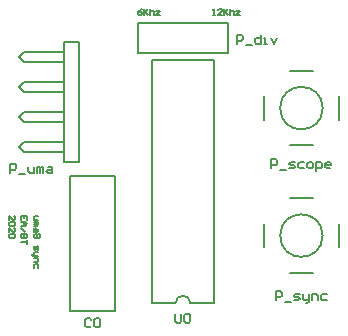
<source format=gto>
G04*
G04 #@! TF.GenerationSoftware,Altium Limited,Altium Designer,20.0.2 (26)*
G04*
G04 Layer_Color=65535*
%FSLAX25Y25*%
%MOIN*%
G70*
G01*
G75*
%ADD10C,0.00787*%
%ADD11C,0.00600*%
D10*
X391087Y242500D02*
G03*
X391087Y242500I-7087J0D01*
G01*
X347000Y219949D02*
G03*
X342000Y219949I-2500J0D01*
G01*
X391087Y285000D02*
G03*
X391087Y285000I-7087J0D01*
G01*
X380063Y254902D02*
X387937D01*
X396402Y238563D02*
Y246437D01*
X380063Y230098D02*
X387937D01*
X371598Y238563D02*
Y246437D01*
X307000Y217500D02*
X322000D01*
X307000D02*
Y262500D01*
X322000D01*
Y217500D02*
Y262500D01*
X347000Y219949D02*
X354933D01*
X334067D02*
X342000D01*
X334067Y301051D02*
X354933D01*
Y219949D02*
Y301051D01*
X334067Y219949D02*
Y301051D01*
X310000Y267000D02*
Y307000D01*
X291667Y270333D02*
X305000D01*
X290000Y272000D02*
X291667Y270333D01*
X290000Y272000D02*
X291667Y273667D01*
X305000D01*
X291667Y280333D02*
X305000D01*
X290000Y282000D02*
X291667Y280333D01*
X290000Y282000D02*
X291667Y283667D01*
X305000D01*
X291667Y290333D02*
X305000D01*
X290000Y292000D02*
X291667Y290333D01*
X290000Y292000D02*
X291667Y293667D01*
X305000D01*
X291667Y300333D02*
X305000D01*
X290000Y302000D02*
X291667Y300333D01*
X290000Y302000D02*
X291667Y303667D01*
X305000D01*
Y307000D02*
X310000D01*
X305000Y267000D02*
X310000D01*
X305000D02*
Y307000D01*
X359500Y303500D02*
Y313500D01*
X329500Y303500D02*
X359500D01*
X329500D02*
Y313500D01*
X359500D01*
X380063Y272598D02*
X387937D01*
X371598Y281063D02*
Y288937D01*
X380063Y297402D02*
X387937D01*
X396402Y281063D02*
Y288937D01*
D11*
X296278Y248900D02*
X295278D01*
X294945Y248567D01*
Y247567D01*
X296278D01*
X294945Y246901D02*
X296278D01*
Y246567D01*
X295945Y246234D01*
X294945D01*
X295945D01*
X296278Y245901D01*
X295945Y245568D01*
X294945D01*
X296278Y244568D02*
Y243902D01*
X295945Y243568D01*
X294945D01*
Y244568D01*
X295278Y244901D01*
X295611Y244568D01*
Y243568D01*
X296611Y242902D02*
X296944Y242569D01*
Y241902D01*
X296611Y241569D01*
X296278D01*
X295945Y241902D01*
X295611Y241569D01*
X295278D01*
X294945Y241902D01*
Y242569D01*
X295278Y242902D01*
X295611D01*
X295945Y242569D01*
X296278Y242902D01*
X296611D01*
X295945Y242569D02*
Y241902D01*
X294945Y238903D02*
Y237904D01*
X295278Y237570D01*
X295611Y237904D01*
Y238570D01*
X295945Y238903D01*
X296278Y238570D01*
Y237570D01*
Y236904D02*
X295278D01*
X294945Y236571D01*
Y235571D01*
X294612D01*
X294278Y235904D01*
Y236237D01*
X294945Y235571D02*
X296278D01*
X294945Y234905D02*
X296278D01*
Y233905D01*
X295945Y233572D01*
X294945D01*
X296278Y231572D02*
Y232572D01*
X295945Y232905D01*
X295278D01*
X294945Y232572D01*
Y231572D01*
X292439Y247567D02*
Y248900D01*
X290439D01*
Y247567D01*
X291439Y248900D02*
Y248234D01*
X290439Y246901D02*
X291772D01*
X292439Y246234D01*
X291772Y245568D01*
X290439D01*
X291439D01*
Y246901D01*
X290439Y244901D02*
X291772Y243568D01*
X292439Y242902D02*
X290439D01*
Y241902D01*
X290772Y241569D01*
X291106D01*
X291439Y241902D01*
Y242902D01*
Y241902D01*
X291772Y241569D01*
X292105D01*
X292439Y241902D01*
Y242902D01*
Y240903D02*
Y239570D01*
Y240236D01*
X290439D01*
X286600Y247567D02*
Y248900D01*
X287933Y247567D01*
X288266D01*
X288599Y247900D01*
Y248567D01*
X288266Y248900D01*
Y246901D02*
X288599Y246567D01*
Y245901D01*
X288266Y245568D01*
X286933D01*
X286600Y245901D01*
Y246567D01*
X286933Y246901D01*
X288266D01*
X286600Y243568D02*
Y244901D01*
X287933Y243568D01*
X288266D01*
X288599Y243902D01*
Y244568D01*
X288266Y244901D01*
Y242902D02*
X288599Y242569D01*
Y241902D01*
X288266Y241569D01*
X286933D01*
X286600Y241902D01*
Y242569D01*
X286933Y242902D01*
X288266D01*
X375500Y221000D02*
Y223999D01*
X376999D01*
X377499Y223499D01*
Y222499D01*
X376999Y222000D01*
X375500D01*
X378499Y220500D02*
X380498D01*
X381498Y221000D02*
X382998D01*
X383497Y221500D01*
X382998Y222000D01*
X381998D01*
X381498Y222499D01*
X381998Y222999D01*
X383497D01*
X384497D02*
Y221500D01*
X384997Y221000D01*
X386496D01*
Y220500D01*
X385997Y220000D01*
X385497D01*
X386496Y221000D02*
Y222999D01*
X387496Y221000D02*
Y222999D01*
X388996D01*
X389495Y222499D01*
Y221000D01*
X392495Y222999D02*
X390995D01*
X390495Y222499D01*
Y221500D01*
X390995Y221000D01*
X392495D01*
X313999Y214499D02*
X313499Y214999D01*
X312500D01*
X312000Y214499D01*
Y212500D01*
X312500Y212000D01*
X313499D01*
X313999Y212500D01*
X314999Y214499D02*
X315499Y214999D01*
X316498D01*
X316998Y214499D01*
Y212500D01*
X316498Y212000D01*
X315499D01*
X314999Y212500D01*
Y214499D01*
X342000Y216499D02*
Y214000D01*
X342500Y213500D01*
X343499D01*
X343999Y214000D01*
Y216499D01*
X344999Y215999D02*
X345499Y216499D01*
X346498D01*
X346998Y215999D01*
Y214000D01*
X346498Y213500D01*
X345499D01*
X344999Y214000D01*
Y215999D01*
X287000Y263500D02*
Y266499D01*
X288499D01*
X288999Y265999D01*
Y265000D01*
X288499Y264500D01*
X287000D01*
X289999Y263000D02*
X291998D01*
X292998Y265499D02*
Y264000D01*
X293498Y263500D01*
X294997D01*
Y265499D01*
X295997Y263500D02*
Y265499D01*
X296497D01*
X296997Y265000D01*
Y263500D01*
Y265000D01*
X297497Y265499D01*
X297996Y265000D01*
Y263500D01*
X299496Y265499D02*
X300496D01*
X300995Y265000D01*
Y263500D01*
X299496D01*
X298996Y264000D01*
X299496Y264500D01*
X300995D01*
X362500Y306500D02*
Y309499D01*
X364000D01*
X364499Y308999D01*
Y307999D01*
X364000Y307500D01*
X362500D01*
X365499Y306000D02*
X367498D01*
X370497Y309499D02*
Y306500D01*
X368998D01*
X368498Y307000D01*
Y307999D01*
X368998Y308499D01*
X370497D01*
X371497Y306500D02*
X372497D01*
X371997D01*
Y308499D01*
X371497D01*
X373996D02*
X374996Y306500D01*
X375996Y308499D01*
X374000Y265000D02*
Y267999D01*
X375500D01*
X375999Y267499D01*
Y266499D01*
X375500Y266000D01*
X374000D01*
X376999Y264500D02*
X378998D01*
X379998Y265000D02*
X381498D01*
X381997Y265500D01*
X381498Y266000D01*
X380498D01*
X379998Y266499D01*
X380498Y266999D01*
X381997D01*
X384996D02*
X383497D01*
X382997Y266499D01*
Y265500D01*
X383497Y265000D01*
X384996D01*
X386496D02*
X387496D01*
X387996Y265500D01*
Y266499D01*
X387496Y266999D01*
X386496D01*
X385996Y266499D01*
Y265500D01*
X386496Y265000D01*
X388995Y264000D02*
Y266999D01*
X390495D01*
X390995Y266499D01*
Y265500D01*
X390495Y265000D01*
X388995D01*
X393494D02*
X392494D01*
X391994Y265500D01*
Y266499D01*
X392494Y266999D01*
X393494D01*
X393993Y266499D01*
Y266000D01*
X391994D01*
X330833Y317999D02*
X330166Y317666D01*
X329500Y317000D01*
Y316333D01*
X329833Y316000D01*
X330500D01*
X330833Y316333D01*
Y316666D01*
X330500Y317000D01*
X329500D01*
X331499Y317999D02*
Y316000D01*
Y316666D01*
X332832Y317999D01*
X331833Y317000D01*
X332832Y316000D01*
X333499Y317999D02*
Y316000D01*
Y317000D01*
X333832Y317333D01*
X334498D01*
X334832Y317000D01*
Y316000D01*
X335498Y317333D02*
X336831D01*
X335498Y316000D01*
X336831D01*
X354500D02*
X355166D01*
X354833D01*
Y317999D01*
X354500Y317666D01*
X357499Y316000D02*
X356166D01*
X357499Y317333D01*
Y317666D01*
X357166Y317999D01*
X356499D01*
X356166Y317666D01*
X358166Y317999D02*
Y316000D01*
Y316666D01*
X359498Y317999D01*
X358499Y317000D01*
X359498Y316000D01*
X360165Y317999D02*
Y316000D01*
Y317000D01*
X360498Y317333D01*
X361164D01*
X361498Y317000D01*
Y316000D01*
X362164Y317333D02*
X363497D01*
X362164Y316000D01*
X363497D01*
M02*

</source>
